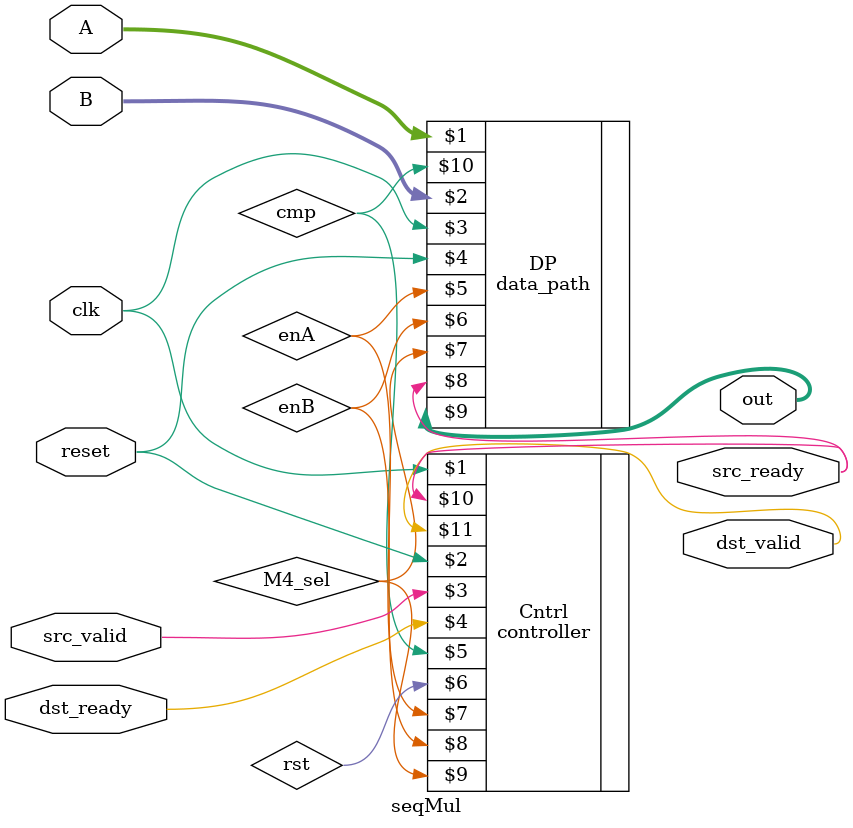
<source format=sv>
module seqMul(input logic [15:0]A, B,input logic clk,reset,src_valid,dst_ready, output logic src_ready,dst_valid, output logic [31:0] out);
logic enA,enB,cmp,rst,M4_sel;


data_path  DP(A,B,clk,reset,enA,enB,M4_sel,src_ready,out,cmp);
controller Cntrl(clk,reset,src_valid,dst_ready,cmp,rst,enA, enB,M4_sel,src_ready,dst_valid);

endmodule

</source>
